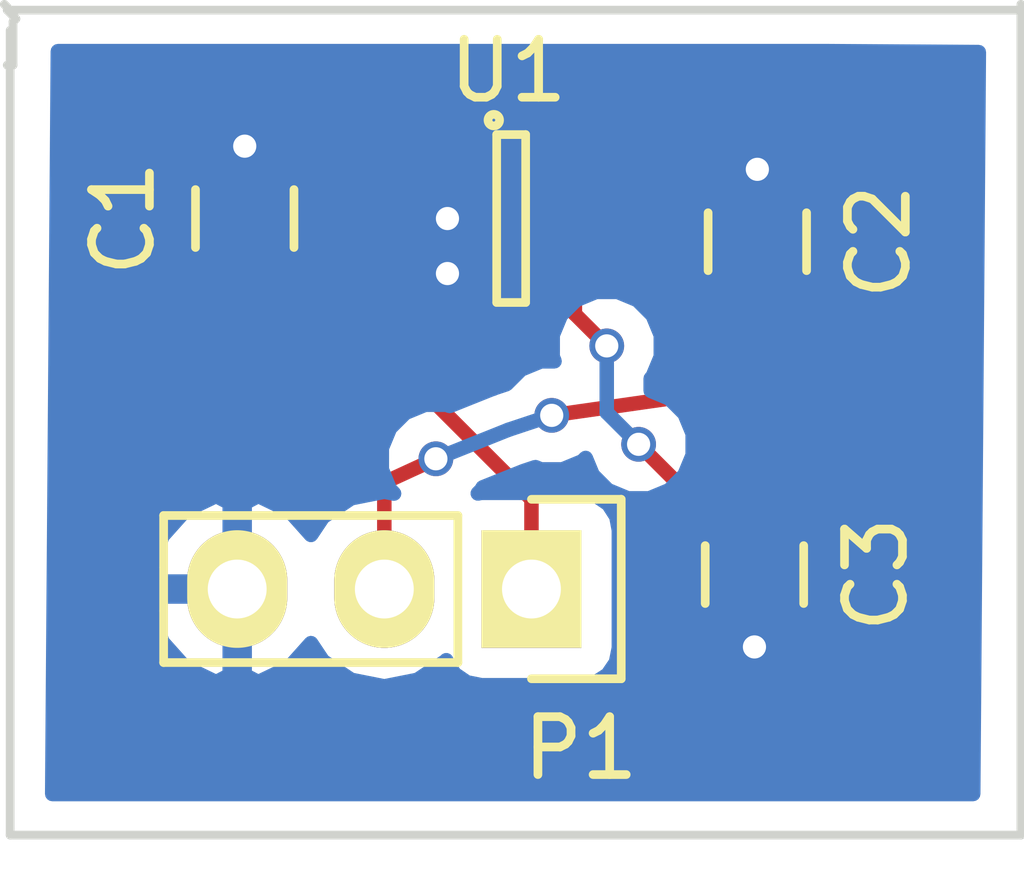
<source format=kicad_pcb>
(kicad_pcb (version 4) (host pcbnew 4.0.2-stable)

  (general
    (links 10)
    (no_connects 0)
    (area 164.774999 94.274999 182.475001 109.558333)
    (thickness 1.6)
    (drawings 9)
    (tracks 31)
    (zones 0)
    (modules 5)
    (nets 5)
  )

  (page A4)
  (layers
    (0 F.Cu signal)
    (31 B.Cu signal)
    (32 B.Adhes user)
    (33 F.Adhes user)
    (34 B.Paste user)
    (35 F.Paste user)
    (36 B.SilkS user)
    (37 F.SilkS user)
    (38 B.Mask user)
    (39 F.Mask user)
    (40 Dwgs.User user)
    (41 Cmts.User user)
    (42 Eco1.User user)
    (43 Eco2.User user)
    (44 Edge.Cuts user)
    (45 Margin user)
    (46 B.CrtYd user)
    (47 F.CrtYd user)
    (48 B.Fab user)
    (49 F.Fab user)
  )

  (setup
    (last_trace_width 0.25)
    (trace_clearance 0.2)
    (zone_clearance 0.508)
    (zone_45_only no)
    (trace_min 0.2)
    (segment_width 0.2)
    (edge_width 0.15)
    (via_size 0.6)
    (via_drill 0.4)
    (via_min_size 0.4)
    (via_min_drill 0.3)
    (uvia_size 0.3)
    (uvia_drill 0.1)
    (uvias_allowed no)
    (uvia_min_size 0.2)
    (uvia_min_drill 0.1)
    (pcb_text_width 0.3)
    (pcb_text_size 1.5 1.5)
    (mod_edge_width 0.15)
    (mod_text_size 1 1)
    (mod_text_width 0.15)
    (pad_size 1.524 1.524)
    (pad_drill 0.762)
    (pad_to_mask_clearance 0.2)
    (aux_axis_origin 0 0)
    (visible_elements FFFEF77F)
    (pcbplotparams
      (layerselection 0x01030_80000001)
      (usegerberextensions false)
      (excludeedgelayer true)
      (linewidth 0.100000)
      (plotframeref false)
      (viasonmask false)
      (mode 1)
      (useauxorigin false)
      (hpglpennumber 1)
      (hpglpenspeed 20)
      (hpglpendiameter 15)
      (hpglpenoverlay 2)
      (psnegative false)
      (psa4output false)
      (plotreference true)
      (plotvalue true)
      (plotinvisibletext false)
      (padsonsilk false)
      (subtractmaskfromsilk false)
      (outputformat 1)
      (mirror false)
      (drillshape 0)
      (scaleselection 1)
      (outputdirectory ""))
  )

  (net 0 "")
  (net 1 +5V)
  (net 2 GND)
  (net 3 Vout)
  (net 4 "Net-(C3-Pad1)")

  (net_class Default "This is the default net class."
    (clearance 0.2)
    (trace_width 0.25)
    (via_dia 0.6)
    (via_drill 0.4)
    (uvia_dia 0.3)
    (uvia_drill 0.1)
    (add_net +5V)
    (add_net GND)
    (add_net "Net-(C3-Pad1)")
    (add_net Vout)
  )

  (module Capacitors_SMD:C_0805_HandSoldering (layer F.Cu) (tedit 541A9B8D) (tstamp 576C4666)
    (at 169 98.05 90)
    (descr "Capacitor SMD 0805, hand soldering")
    (tags "capacitor 0805")
    (path /576C4198)
    (attr smd)
    (fp_text reference C1 (at 0 -2.1 90) (layer F.SilkS)
      (effects (font (size 1 1) (thickness 0.15)))
    )
    (fp_text value C (at 0 2.1 90) (layer F.Fab)
      (effects (font (size 1 1) (thickness 0.15)))
    )
    (fp_line (start -2.3 -1) (end 2.3 -1) (layer F.CrtYd) (width 0.05))
    (fp_line (start -2.3 1) (end 2.3 1) (layer F.CrtYd) (width 0.05))
    (fp_line (start -2.3 -1) (end -2.3 1) (layer F.CrtYd) (width 0.05))
    (fp_line (start 2.3 -1) (end 2.3 1) (layer F.CrtYd) (width 0.05))
    (fp_line (start 0.5 -0.85) (end -0.5 -0.85) (layer F.SilkS) (width 0.15))
    (fp_line (start -0.5 0.85) (end 0.5 0.85) (layer F.SilkS) (width 0.15))
    (pad 1 smd rect (at -1.25 0 90) (size 1.5 1.25) (layers F.Cu F.Paste F.Mask)
      (net 1 +5V))
    (pad 2 smd rect (at 1.25 0 90) (size 1.5 1.25) (layers F.Cu F.Paste F.Mask)
      (net 2 GND))
    (model Capacitors_SMD.3dshapes/C_0805_HandSoldering.wrl
      (at (xyz 0 0 0))
      (scale (xyz 1 1 1))
      (rotate (xyz 0 0 0))
    )
  )

  (module Capacitors_SMD:C_0805_HandSoldering (layer F.Cu) (tedit 541A9B8D) (tstamp 576C466C)
    (at 177.85 98.45 270)
    (descr "Capacitor SMD 0805, hand soldering")
    (tags "capacitor 0805")
    (path /576C4203)
    (attr smd)
    (fp_text reference C2 (at 0 -2.1 270) (layer F.SilkS)
      (effects (font (size 1 1) (thickness 0.15)))
    )
    (fp_text value C (at 0 2.1 270) (layer F.Fab)
      (effects (font (size 1 1) (thickness 0.15)))
    )
    (fp_line (start -2.3 -1) (end 2.3 -1) (layer F.CrtYd) (width 0.05))
    (fp_line (start -2.3 1) (end 2.3 1) (layer F.CrtYd) (width 0.05))
    (fp_line (start -2.3 -1) (end -2.3 1) (layer F.CrtYd) (width 0.05))
    (fp_line (start 2.3 -1) (end 2.3 1) (layer F.CrtYd) (width 0.05))
    (fp_line (start 0.5 -0.85) (end -0.5 -0.85) (layer F.SilkS) (width 0.15))
    (fp_line (start -0.5 0.85) (end 0.5 0.85) (layer F.SilkS) (width 0.15))
    (pad 1 smd rect (at -1.25 0 270) (size 1.5 1.25) (layers F.Cu F.Paste F.Mask)
      (net 2 GND))
    (pad 2 smd rect (at 1.25 0 270) (size 1.5 1.25) (layers F.Cu F.Paste F.Mask)
      (net 3 Vout))
    (model Capacitors_SMD.3dshapes/C_0805_HandSoldering.wrl
      (at (xyz 0 0 0))
      (scale (xyz 1 1 1))
      (rotate (xyz 0 0 0))
    )
  )

  (module Capacitors_SMD:C_0805_HandSoldering (layer F.Cu) (tedit 541A9B8D) (tstamp 576C4672)
    (at 177.8 104.2 270)
    (descr "Capacitor SMD 0805, hand soldering")
    (tags "capacitor 0805")
    (path /576C4BB4)
    (attr smd)
    (fp_text reference C3 (at 0 -2.1 270) (layer F.SilkS)
      (effects (font (size 1 1) (thickness 0.15)))
    )
    (fp_text value C (at 0 2.1 270) (layer F.Fab)
      (effects (font (size 1 1) (thickness 0.15)))
    )
    (fp_line (start -2.3 -1) (end 2.3 -1) (layer F.CrtYd) (width 0.05))
    (fp_line (start -2.3 1) (end 2.3 1) (layer F.CrtYd) (width 0.05))
    (fp_line (start -2.3 -1) (end -2.3 1) (layer F.CrtYd) (width 0.05))
    (fp_line (start 2.3 -1) (end 2.3 1) (layer F.CrtYd) (width 0.05))
    (fp_line (start 0.5 -0.85) (end -0.5 -0.85) (layer F.SilkS) (width 0.15))
    (fp_line (start -0.5 0.85) (end 0.5 0.85) (layer F.SilkS) (width 0.15))
    (pad 1 smd rect (at -1.25 0 270) (size 1.5 1.25) (layers F.Cu F.Paste F.Mask)
      (net 4 "Net-(C3-Pad1)"))
    (pad 2 smd rect (at 1.25 0 270) (size 1.5 1.25) (layers F.Cu F.Paste F.Mask)
      (net 2 GND))
    (model Capacitors_SMD.3dshapes/C_0805_HandSoldering.wrl
      (at (xyz 0 0 0))
      (scale (xyz 1 1 1))
      (rotate (xyz 0 0 0))
    )
  )

  (module Pin_Headers:Pin_Header_Straight_1x03 (layer F.Cu) (tedit 576C46FF) (tstamp 576C4679)
    (at 173.95 104.45 270)
    (descr "Through hole pin header")
    (tags "pin header")
    (path /576C48D3)
    (fp_text reference P1 (at 2.75 -0.85 360) (layer F.SilkS)
      (effects (font (size 1 1) (thickness 0.15)))
    )
    (fp_text value CONN_01X03 (at 0 -3.1 270) (layer F.Fab)
      (effects (font (size 1 1) (thickness 0.15)))
    )
    (fp_line (start -1.75 -1.75) (end -1.75 6.85) (layer F.CrtYd) (width 0.05))
    (fp_line (start 1.75 -1.75) (end 1.75 6.85) (layer F.CrtYd) (width 0.05))
    (fp_line (start -1.75 -1.75) (end 1.75 -1.75) (layer F.CrtYd) (width 0.05))
    (fp_line (start -1.75 6.85) (end 1.75 6.85) (layer F.CrtYd) (width 0.05))
    (fp_line (start -1.27 1.27) (end -1.27 6.35) (layer F.SilkS) (width 0.15))
    (fp_line (start -1.27 6.35) (end 1.27 6.35) (layer F.SilkS) (width 0.15))
    (fp_line (start 1.27 6.35) (end 1.27 1.27) (layer F.SilkS) (width 0.15))
    (fp_line (start 1.55 -1.55) (end 1.55 0) (layer F.SilkS) (width 0.15))
    (fp_line (start 1.27 1.27) (end -1.27 1.27) (layer F.SilkS) (width 0.15))
    (fp_line (start -1.55 0) (end -1.55 -1.55) (layer F.SilkS) (width 0.15))
    (fp_line (start -1.55 -1.55) (end 1.55 -1.55) (layer F.SilkS) (width 0.15))
    (pad 1 thru_hole rect (at 0 0 270) (size 2.032 1.7272) (drill 1.016) (layers *.Cu *.Mask F.SilkS)
      (net 1 +5V))
    (pad 2 thru_hole oval (at 0 2.54 270) (size 2.032 1.7272) (drill 1.016) (layers *.Cu *.Mask F.SilkS)
      (net 3 Vout))
    (pad 3 thru_hole oval (at 0 5.08 270) (size 2.032 1.7272) (drill 1.016) (layers *.Cu *.Mask F.SilkS)
      (net 2 GND))
    (model Pin_Headers.3dshapes/Pin_Header_Straight_1x03.wrl
      (at (xyz 0 -0.1 0))
      (scale (xyz 1 1 1))
      (rotate (xyz 0 0 90))
    )
  )

  (module TO_SOT_Packages_SMD:SOT-23-5 (layer F.Cu) (tedit 55360473) (tstamp 576C4682)
    (at 173.6 98.05)
    (descr "5-pin SOT23 package")
    (tags SOT-23-5)
    (path /576C40DC)
    (attr smd)
    (fp_text reference U1 (at -0.05 -2.55) (layer F.SilkS)
      (effects (font (size 1 1) (thickness 0.15)))
    )
    (fp_text value LD3985G (at -0.05 2.35) (layer F.Fab)
      (effects (font (size 1 1) (thickness 0.15)))
    )
    (fp_line (start -1.8 -1.6) (end 1.8 -1.6) (layer F.CrtYd) (width 0.05))
    (fp_line (start 1.8 -1.6) (end 1.8 1.6) (layer F.CrtYd) (width 0.05))
    (fp_line (start 1.8 1.6) (end -1.8 1.6) (layer F.CrtYd) (width 0.05))
    (fp_line (start -1.8 1.6) (end -1.8 -1.6) (layer F.CrtYd) (width 0.05))
    (fp_circle (center -0.3 -1.7) (end -0.2 -1.7) (layer F.SilkS) (width 0.15))
    (fp_line (start 0.25 -1.45) (end -0.25 -1.45) (layer F.SilkS) (width 0.15))
    (fp_line (start 0.25 1.45) (end 0.25 -1.45) (layer F.SilkS) (width 0.15))
    (fp_line (start -0.25 1.45) (end 0.25 1.45) (layer F.SilkS) (width 0.15))
    (fp_line (start -0.25 -1.45) (end -0.25 1.45) (layer F.SilkS) (width 0.15))
    (pad 1 smd rect (at -1.1 -0.95) (size 1.06 0.65) (layers F.Cu F.Paste F.Mask)
      (net 1 +5V))
    (pad 2 smd rect (at -1.1 0) (size 1.06 0.65) (layers F.Cu F.Paste F.Mask)
      (net 2 GND))
    (pad 3 smd rect (at -1.1 0.95) (size 1.06 0.65) (layers F.Cu F.Paste F.Mask)
      (net 2 GND))
    (pad 4 smd rect (at 1.1 0.95) (size 1.06 0.65) (layers F.Cu F.Paste F.Mask)
      (net 4 "Net-(C3-Pad1)"))
    (pad 5 smd rect (at 1.1 -0.95) (size 1.06 0.65) (layers F.Cu F.Paste F.Mask)
      (net 3 Vout))
    (model TO_SOT_Packages_SMD.3dshapes/SOT-23-5.wrl
      (at (xyz 0 0 0))
      (scale (xyz 1 1 1))
      (rotate (xyz 0 0 0))
    )
  )

  (gr_line (start 165 95.4) (end 164.9 95.4) (angle 90) (layer Edge.Cuts) (width 0.15))
  (gr_line (start 165 94.65) (end 165 95.4) (angle 90) (layer Edge.Cuts) (width 0.15))
  (gr_line (start 165.05 94.6) (end 165 94.65) (angle 90) (layer Edge.Cuts) (width 0.15))
  (gr_line (start 164.9 94.45) (end 165.05 94.6) (angle 90) (layer Edge.Cuts) (width 0.15))
  (gr_line (start 182.4 94.45) (end 164.9 94.45) (angle 90) (layer Edge.Cuts) (width 0.15))
  (gr_line (start 164.85 94.35) (end 164.9 94.4) (angle 90) (layer Edge.Cuts) (width 0.15))
  (gr_line (start 182.4 108.7) (end 182.4 94.35) (angle 90) (layer Edge.Cuts) (width 0.15))
  (gr_line (start 164.95 108.7) (end 182.4 108.7) (angle 90) (layer Edge.Cuts) (width 0.15))
  (gr_line (start 164.95 94.8) (end 164.95 108.7) (angle 90) (layer Edge.Cuts) (width 0.15))

  (segment (start 169 99.3) (end 169 98.7) (width 0.25) (layer F.Cu) (net 1))
  (segment (start 169 98.7) (end 170.6 97.1) (width 0.25) (layer F.Cu) (net 1) (tstamp 576C488F))
  (segment (start 170.6 97.1) (end 172.5 97.1) (width 0.25) (layer F.Cu) (net 1) (tstamp 576C4894))
  (segment (start 173.95 104.45) (end 173.95 102.9) (width 0.25) (layer F.Cu) (net 1))
  (segment (start 170.35 99.3) (end 169 99.3) (width 0.25) (layer F.Cu) (net 1) (tstamp 576C4871))
  (segment (start 173.95 102.9) (end 170.35 99.3) (width 0.25) (layer F.Cu) (net 1) (tstamp 576C486E))
  (via (at 169 96.8) (size 0.6) (drill 0.4) (layers F.Cu B.Cu) (net 2))
  (via (at 172.5 98.05) (size 0.6) (drill 0.4) (layers F.Cu B.Cu) (net 2))
  (via (at 172.5 99) (size 0.6) (drill 0.4) (layers F.Cu B.Cu) (net 2))
  (segment (start 172.55 99) (end 172.5 99) (width 0.25) (layer F.Cu) (net 2) (tstamp 576C4802))
  (via (at 177.85 97.2) (size 0.6) (drill 0.4) (layers F.Cu B.Cu) (net 2))
  (via (at 177.8 105.45) (size 0.6) (drill 0.4) (layers F.Cu B.Cu) (net 2))
  (segment (start 174.7 97.1) (end 175.15 97.1) (width 0.25) (layer F.Cu) (net 3))
  (segment (start 175.15 97.1) (end 177.75 99.7) (width 0.25) (layer F.Cu) (net 3) (tstamp 576C48BA))
  (segment (start 177.75 99.7) (end 177.85 99.7) (width 0.25) (layer F.Cu) (net 3) (tstamp 576C48BC))
  (segment (start 177.85 99.7) (end 176.4 101.15) (width 0.25) (layer F.Cu) (net 3) (tstamp 576C48BD))
  (segment (start 176.4 101.15) (end 174.3 101.45) (width 0.25) (layer F.Cu) (net 3) (tstamp 576C48BE))
  (via (at 174.3 101.45) (size 0.6) (drill 0.4) (layers F.Cu B.Cu) (net 3))
  (segment (start 174.3 101.45) (end 173.55 101.7) (width 0.25) (layer B.Cu) (net 3) (tstamp 576C48C1))
  (segment (start 173.55 101.7) (end 172.3 102.2) (width 0.25) (layer B.Cu) (net 3) (tstamp 576C48C2))
  (via (at 172.3 102.2) (size 0.6) (drill 0.4) (layers F.Cu B.Cu) (net 3))
  (segment (start 172.3 102.2) (end 171.41 102.61) (width 0.25) (layer F.Cu) (net 3) (tstamp 576C48C4))
  (segment (start 171.41 102.61) (end 171.41 104.45) (width 0.25) (layer F.Cu) (net 3) (tstamp 576C48C5))
  (segment (start 177.8 102.95) (end 176.8 102.95) (width 0.25) (layer F.Cu) (net 4))
  (segment (start 174.7 99.7) (end 174.7 99) (width 0.25) (layer F.Cu) (net 4) (tstamp 576C48D8))
  (segment (start 175.25 100.25) (end 174.7 99.7) (width 0.25) (layer F.Cu) (net 4) (tstamp 576C48D7))
  (via (at 175.25 100.25) (size 0.6) (drill 0.4) (layers F.Cu B.Cu) (net 4))
  (segment (start 175.25 101.4) (end 175.25 100.25) (width 0.25) (layer B.Cu) (net 4) (tstamp 576C48D5))
  (segment (start 175.8 101.95) (end 175.25 101.4) (width 0.25) (layer B.Cu) (net 4) (tstamp 576C48D4))
  (via (at 175.8 101.95) (size 0.6) (drill 0.4) (layers F.Cu B.Cu) (net 4))
  (segment (start 176.8 102.95) (end 175.8 101.95) (width 0.25) (layer F.Cu) (net 4) (tstamp 576C48D1))

  (zone (net 2) (net_name GND) (layer B.Cu) (tstamp 576C4797) (hatch edge 0.508)
    (connect_pads (clearance 0.508))
    (min_thickness 0.254)
    (fill yes (arc_segments 16) (thermal_gap 0.508) (thermal_bridge_width 0.508))
    (polygon
      (pts
        (xy 165.65 94.95) (xy 165.55 108.15) (xy 181.7 108.25) (xy 181.8 95.05) (xy 165.7 94.95)
      )
    )
    (filled_polygon
      (pts
        (xy 181.672041 95.176208) (xy 181.574967 107.99) (xy 165.678215 107.99) (xy 165.702291 104.811913) (xy 167.384816 104.811913)
        (xy 167.578046 105.36432) (xy 167.967964 105.800732) (xy 168.495209 106.054709) (xy 168.510974 106.057358) (xy 168.743 105.936217)
        (xy 168.743 104.577) (xy 167.529076 104.577) (xy 167.384816 104.811913) (xy 165.702291 104.811913) (xy 165.707774 104.088087)
        (xy 167.384816 104.088087) (xy 167.529076 104.323) (xy 168.743 104.323) (xy 168.743 102.963783) (xy 168.997 102.963783)
        (xy 168.997 104.323) (xy 169.017 104.323) (xy 169.017 104.577) (xy 168.997 104.577) (xy 168.997 105.936217)
        (xy 169.229026 106.057358) (xy 169.244791 106.054709) (xy 169.772036 105.800732) (xy 170.143539 105.384931) (xy 170.35033 105.694415)
        (xy 170.836511 106.019271) (xy 171.41 106.133345) (xy 171.983489 106.019271) (xy 172.46967 105.694415) (xy 172.479243 105.680087)
        (xy 172.483238 105.701317) (xy 172.62231 105.917441) (xy 172.83451 106.062431) (xy 173.0864 106.11344) (xy 174.8136 106.11344)
        (xy 175.048917 106.069162) (xy 175.265041 105.93009) (xy 175.410031 105.71789) (xy 175.46104 105.466) (xy 175.46104 103.434)
        (xy 175.416762 103.198683) (xy 175.27769 102.982559) (xy 175.06549 102.837569) (xy 174.8136 102.78656) (xy 173.0864 102.78656)
        (xy 173.024122 102.798278) (xy 173.092192 102.730327) (xy 173.106463 102.69596) (xy 173.811522 102.413936) (xy 174.017737 102.345198)
        (xy 174.113201 102.384838) (xy 174.485167 102.385162) (xy 174.828943 102.243117) (xy 174.885935 102.186225) (xy 175.006883 102.478943)
        (xy 175.269673 102.742192) (xy 175.613201 102.884838) (xy 175.985167 102.885162) (xy 176.328943 102.743117) (xy 176.592192 102.480327)
        (xy 176.734838 102.136799) (xy 176.735162 101.764833) (xy 176.593117 101.421057) (xy 176.330327 101.157808) (xy 176.01 101.024796)
        (xy 176.01 100.812463) (xy 176.042192 100.780327) (xy 176.184838 100.436799) (xy 176.185162 100.064833) (xy 176.043117 99.721057)
        (xy 175.780327 99.457808) (xy 175.436799 99.315162) (xy 175.064833 99.314838) (xy 174.721057 99.456883) (xy 174.457808 99.719673)
        (xy 174.315162 100.063201) (xy 174.314838 100.435167) (xy 174.347841 100.515041) (xy 174.114833 100.514838) (xy 173.771057 100.656883)
        (xy 173.517913 100.909586) (xy 173.309667 100.979001) (xy 173.289999 100.990212) (xy 173.267743 100.994358) (xy 172.537795 101.286337)
        (xy 172.486799 101.265162) (xy 172.114833 101.264838) (xy 171.771057 101.406883) (xy 171.507808 101.669673) (xy 171.365162 102.013201)
        (xy 171.364838 102.385167) (xy 171.506883 102.728943) (xy 171.577861 102.800045) (xy 171.41 102.766655) (xy 170.836511 102.880729)
        (xy 170.35033 103.205585) (xy 170.143539 103.515069) (xy 169.772036 103.099268) (xy 169.244791 102.845291) (xy 169.229026 102.842642)
        (xy 168.997 102.963783) (xy 168.743 102.963783) (xy 168.510974 102.842642) (xy 168.495209 102.845291) (xy 167.967964 103.099268)
        (xy 167.578046 103.53568) (xy 167.384816 104.088087) (xy 165.707774 104.088087) (xy 165.775413 95.16) (xy 179.062555 95.16)
      )
    )
  )
)

</source>
